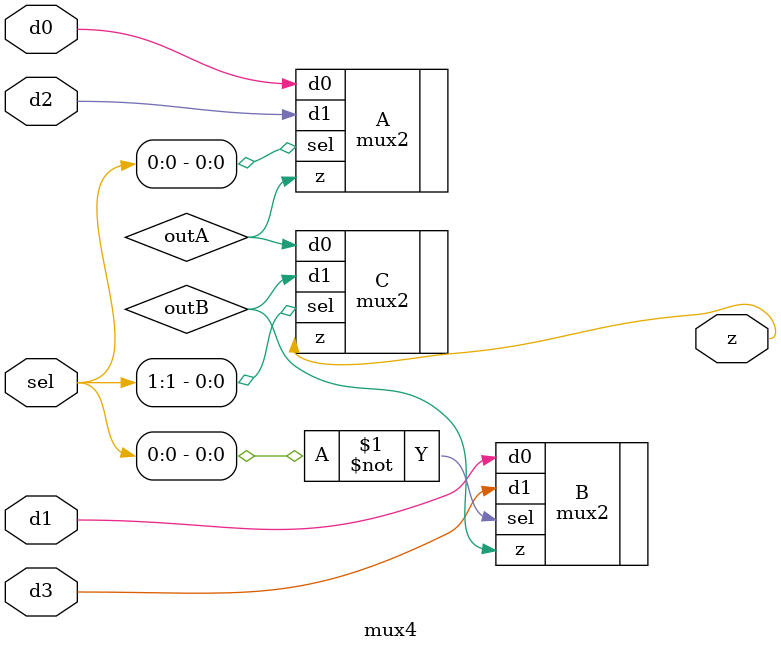
<source format=sv>
module mux4 (
    input logic d0,          // Data input 0
    input logic d1,          // Data input 1
    input logic d2,          // Data input 2
    input logic d3,          // Data input 3
    input logic [1:0] sel,   // Select input
    output logic z           // Output
);

// Put your code here
// ------------------
    logic outA, outB;
    mux2 #(
       
    ) A( .d0(d0),
        .d1(d2),
        .sel(sel[0]),
        .z(outA));

    mux2 #(
        
    ) B(.d0(d1),
        .d1(d3),
        .sel(~sel[0]),  // Invert sel for the second input
        .z(outB));

    mux2 #(
        
    ) C(.d0(outA),
        .d1(outB),
        .sel(sel[1]),
        .z(z));
// End of your code

endmodule

</source>
